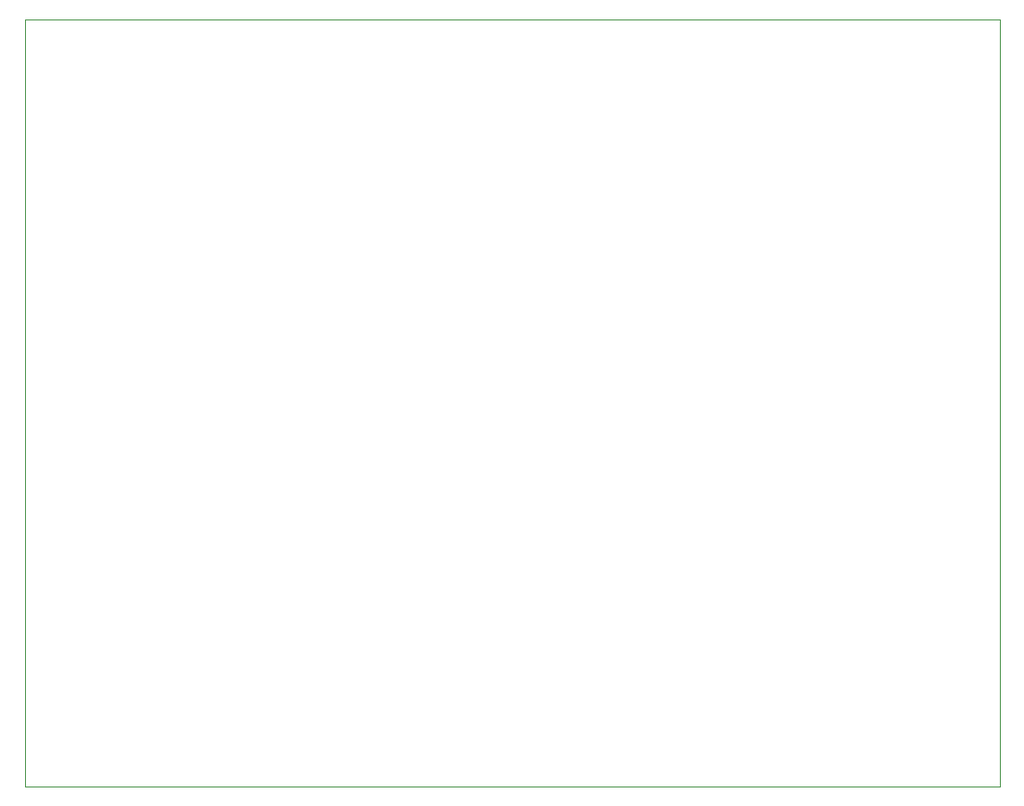
<source format=gbr>
G04 #@! TF.GenerationSoftware,KiCad,Pcbnew,(5.1.2-1)-1*
G04 #@! TF.CreationDate,2022-01-06T11:26:17-05:00*
G04 #@! TF.ProjectId,MS20_Filter_Clone,4d533230-5f46-4696-9c74-65725f436c6f,rev?*
G04 #@! TF.SameCoordinates,Original*
G04 #@! TF.FileFunction,Profile,NP*
%FSLAX46Y46*%
G04 Gerber Fmt 4.6, Leading zero omitted, Abs format (unit mm)*
G04 Created by KiCad (PCBNEW (5.1.2-1)-1) date 2022-01-06 11:26:17*
%MOMM*%
%LPD*%
G04 APERTURE LIST*
%ADD10C,0.050000*%
G04 APERTURE END LIST*
D10*
X101000000Y-12000000D02*
X12000000Y-12000000D01*
X101000000Y-82000000D02*
X101000000Y-12000000D01*
X12000000Y-82000000D02*
X101000000Y-82000000D01*
X12000000Y-12000000D02*
X12000000Y-82000000D01*
M02*

</source>
